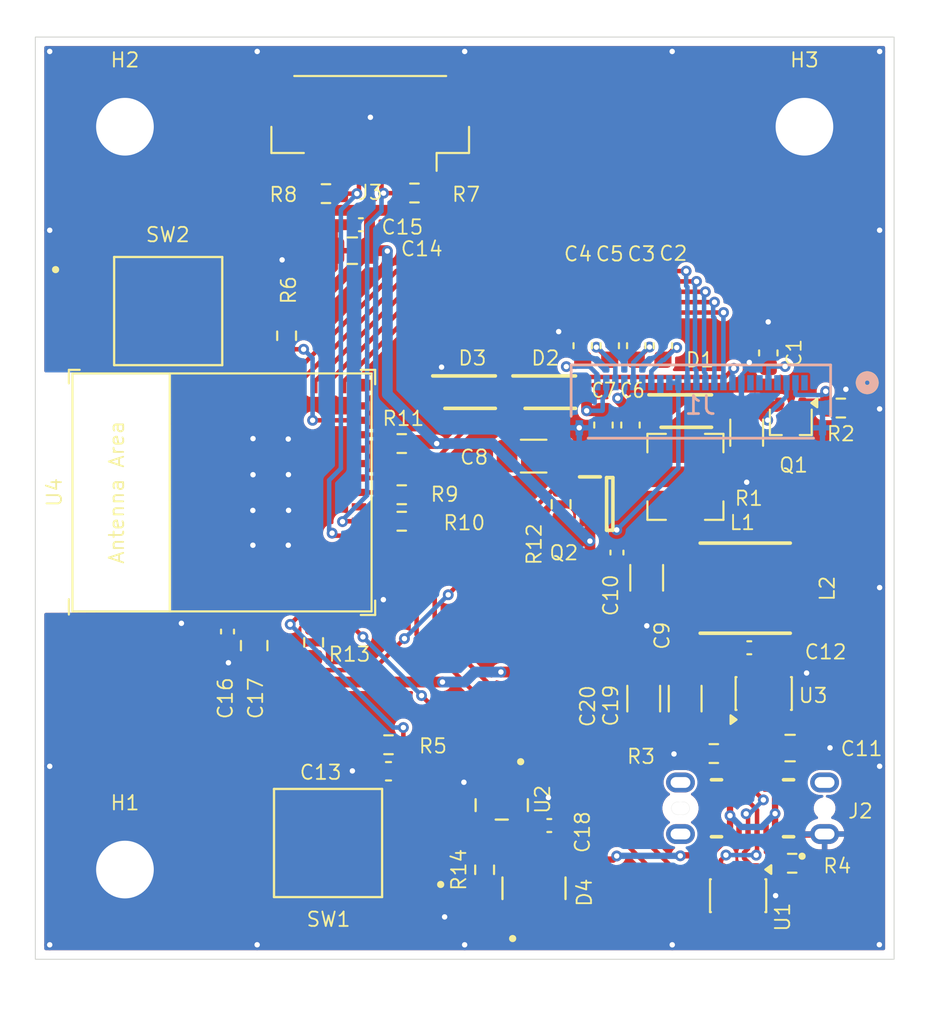
<source format=kicad_pcb>
(kicad_pcb (version 20241229) (generator "pcbnew") (generator_version "9.0")
  (layers (0 "F.Cu" signal) (2 "B.Cu" signal) (13 "F.Paste" user) (15 "B.Paste" user) (5 "F.SilkS" user "F.Silkscreen") (7 "B.SilkS" user "B.Silkscreen") (1 "F.Mask" user) (3 "B.Mask" user) (25 "Edge.Cuts" user))
  (net 0 "")
  (net 1 "GND")
  (net 2 "Net-(C1-Pad2)")
  (net 3 "Net-(C2-Pad2)")
  (net 4 "Net-(C3-Pad2)")
  (net 5 "Net-(C4-Pad2)")
  (net 6 "Net-(C5-Pad2)")
  (net 7 "Net-(D1-K)")
  (net 8 "Net-(D2-A)")
  (net 9 "Net-(D2-K)")
  (net 10 "Net-(D1-A)")
  (net 11 "Net-(Q2-D)")
  (net 12 "VBUS")
  (net 13 "Net-(U3-BST)")
  (net 14 "Net-(U3-SW)")
  (net 15 "/EN")
  (net 16 "+3.3V")
  (net 18 "Net-(D4-DIN)")
  (net 20 "Net-(U4-GPIO14)")
  (net 22 "Net-(U4-GPIO20)")
  (net 23 "Net-(U4-GPIO21)")
  (net 25 "Net-(Q1-S)")
  (net 26 "Net-(U4-GPIO19)")
  (net 27 "Net-(U4-GPIO22)")
  (net 29 "Net-(Q1-G)")
  (net 31 "Net-(U4-GPIO23)")
  (net 32 "Net-(J2-D--PadA7)")
  (net 33 "Net-(J2-D+-PadA6)")
  (net 34 "Net-(J2-CC1)")
  (net 35 "Net-(J2-CC2)")
  (net 38 "Net-(J3-Pin_4)")
  (net 39 "Net-(J3-Pin_3)")
  (net 40 "Net-(Q2-G)")
  (net 41 "/GPIO 9")
  (net 42 "Net-(U4-GPIO13{slash}USB_D+)")
  (net 43 "/D+")
  (net 44 "Net-(U4-GPIO12{slash}USB_D-)")
  (net 45 "/D-")
  (net 46 "Net-(U4-GPIO8)")
  (net 47 "/GPIO4")
  (net 48 "Net-(U2-Y)")
  (net 49 "/GPIO5")
  (footprint "Resistor_SMD:R_0603_1608Metric" (layer "F.Cu") (at 158.43 111.93 180)
    (property "Reference" "R9")
    (property "Value" "22Ω")
  )
  (footprint "Capacitor_SMD:C_0603_1608Metric" (layer "F.Cu") (at 169.975 103.6625 -90)
    (property "Reference" "C5")
    (property "Value" "1µF 50V")
  )
  (footprint "Capacitor_SMD:C_0402_1005Metric" (layer "F.Cu") (at 177.72 120.419115)
    (property "Reference" "C12")
    (property "Value" "0.1µF 16V")
  )
  (footprint "SI2301-TP:SOT95P237X125-3N" (layer "F.Cu") (at 169.975 112.4375)
    (property "Reference" "Q2")
    (property "Value" "SI2301-TP" (hide yes))
  )
  (footprint "USB4145-03-0230-C:GCT_USB4145-03-0230-C_REVA2" (layer "F.Cu") (at 177.900001 129.322501 180)
    (property "Reference" "J2")
    (property "Value" "USB_C_Receptacle_USB2.0_16P")
    (fp_line (start 4.15 0.355) (end 3.85 0.355) (stroke (width 0.01)) (layer "Edge.Cuts"))
    (fp_line (start 3.85 -0.355) (end 4.15 -0.355) (stroke (width 0.01)) (layer "Edge.Cuts"))
    (fp_arc (start 4.505 0) (mid 4.401023 0.251023) (end 4.15 0.355) (stroke (width 0.01)) (layer "Edge.Cuts"))
    (fp_arc (start 4.15 -0.355) (mid 4.401023 -0.251023) (end 4.505 0) (stroke (width 0.01)) (layer "Edge.Cuts"))
    (fp_arc (start 3.85 0.355) (mid 3.598977 0.251023) (end 3.495 0) (stroke (width 0.01)) (layer "Edge.Cuts"))
    (fp_arc (start 3.495 0) (mid 3.598977 -0.251023) (end 3.85 -0.355) (stroke (width 0.01)) (layer "Edge.Cuts"))
  )
  (footprint "Resistor_SMD:R_0603_1608Metric" (layer "F.Cu") (at 180.100001 132.372501)
    (property "Reference" "R4")
    (property "Value" "5.1kΩ")
  )
  (footprint "Capacitor_SMD:C_0603_1608Metric" (layer "F.Cu") (at 171.125 108.0625 90)
    (property "Reference" "C6")
    (property "Value" "1µF 50V")
  )
  (footprint "SS2040FL:SODFL3618X110N" (layer "F.Cu") (at 166.675 106.2375)
    (property "Reference" "D2")
    (property "Value" "SS2040FL" (hide yes))
  )
  (footprint "Inductor_SMD:L_Bourns-SRN4018" (layer "F.Cu") (at 174.175 110.9375 90)
    (property "Reference" "L1")
    (property "Value" "10 uH")
  )
  (footprint "Capacitor_SMD:C_0402_1005Metric" (layer "F.Cu") (at 166.62 130.28)
    (property "Reference" "C18")
    (property "Value" "0.1µF 16V")
  )
  (footprint "Connector_JST:JST_GH_SM06B-GHS-TB_1x06-1MP_P1.25mm_Horizontal" (layer "F.Cu") (at 156.68 91.26 180)
    (property "Reference" "J3")
    (property "Value" "Conn_01x06")
  )
  (footprint "Resistor_SMD:R_0603_1608Metric" (layer "F.Cu") (at 175.750001 126.2875 180)
    (property "Reference" "R3")
    (property "Value" "5.1kΩ")
  )
  (footprint "Capacitor_SMD:C_0603_1608Metric" (layer "F.Cu") (at 169.625 108.0625 90)
    (property "Reference" "C7")
    (property "Value" "1µF 50V")
  )
  (footprint "Package_TO_SOT_SMD:TSOT-23-6" (layer "F.Cu") (at 178.52 122.956615 90)
    (property "Reference" "U3")
    (property "Value" "AP63203WU")
  )
  (footprint "Resistor_SMD:R_0603_1608Metric" (layer "F.Cu") (at 154.225 95.225)
    (property "Reference" "R8")
    (property "Value" "10kΩ")
  )
  (footprint "Resistor_SMD:R_0603_1608Metric" (layer "F.Cu") (at 182.8 107.12 180)
    (property "Reference" "R2")
    (property "Value" "100kΩ")
  )
  (footprint "Resistor_SMD:R_0603_1608Metric" (layer "F.Cu") (at 153.54 120.12 -90)
    (property "Reference" "R13")
    (property "Value" "1kΩ")
  )
  (footprint "Capacitor_SMD:C_0805_2012Metric" (layer "F.Cu") (at 155.69 98.39 180)
    (property "Reference" "C14")
    (property "Value" "10µF 16V")
  )
  (footprint "Resistor_SMD:R_0603_1608Metric" (layer "F.Cu") (at 167.275 112.4625 90)
    (property "Reference" "R12")
    (property "Value" "10kΩ")
  )
  (footprint "Capacitor_SMD:C_1206_3216Metric" (layer "F.Cu") (at 171.86 123.24 -90)
    (property "Reference" "C20")
    (property "Value" "22µF 10V")
  )
  (footprint "Capacitor_SMD:C_0603_1608Metric" (layer "F.Cu") (at 171.445 103.6625 -90)
    (property "Reference" "C3")
    (property "Value" "1µF 50V")
  )
  (footprint "Resistor_SMD:R_0603_1608Metric" (layer "F.Cu") (at 163.03 132.735 90)
    (property "Reference" "R14")
    (property "Value" "22Ω")
  )
  (footprint "SS2040FL:SODFL3618X110N" (layer "F.Cu") (at 162.225 106.2375)
    (property "Reference" "D3")
    (property "Value" "SS2040FL" (hide yes))
  )
  (footprint "Capacitor_SMD:C_0805_2012Metric" (layer "F.Cu") (at 150.24 120.3 90)
    (property "Reference" "C16")
    (property "Value" "10µF 16V")
  )
  (footprint "Capacitor_SMD:C_0603_1608Metric" (layer "F.Cu") (at 172.925 103.6625 -90)
    (property "Reference" "C2")
    (property "Value" "1µF 50V")
  )
  (footprint "Capacitor_SMD:C_0402_1005Metric" (layer "F.Cu") (at 170.375 115.1375 -90)
    (property "Reference" "C10")
    (property "Value" "0.1µF 16V")
  )
  (footprint "TE Connectivity 2-1437565-8:SW_2-1437565-8" (layer "F.Cu") (at 145.4675 101.74)
    (property "Reference" "SW2")
    (property "Value" "2-1437565-8")
  )
  (footprint "Capacitor_SMD:C_1206_3216Metric" (layer "F.Cu") (at 165.75 109.7875)
    (property "Reference" "C8")
    (property "Value" "4.7µF 25V")
  )
  (footprint "Capacitor_SMD:C_1206_3216Metric" (layer "F.Cu") (at 174.16 123.24 -90)
    (property "Reference" "C19")
    (property "Value" "22µF 10V")
  )
  (footprint "SN74AHCT1G125DBVR:SOT95P280X145-5N" (layer "F.Cu") (at 163.98 129.15 -90)
    (property "Reference" "U2")
    (property "Value" "SN74AHCT1G125DBVR")
  )
  (footprint "TE Connectivity 2-1437565-8:SW_2-1437565-8" (layer "F.Cu") (at 154.34 131.25 180)
    (property "Reference" "SW1")
    (property "Value" "2-1437565-8")
  )
  (footprint "Capacitor_SMD:C_0603_1608Metric" (layer "F.Cu") (at 157.695 127.27)
    (property "Reference" "C13")
    (property "Value" "1µF 50V")
  )
  (footprint "Resistor_SMD:R_0603_1608Metric" (layer "F.Cu") (at 158.43 109.09)
    (property "Reference" "R11")
    (property "Value" "10kΩ")
  )
  (footprint "MountingHole:MountingHole_3.2mm_M3_ISO14580_Pad" (layer "F.Cu") (at 180.78 91.513)
    (property "Reference" "H3")
    (property "Value" "MountingHole_Pad")
  )
  (footprint "Capacitor_SMD:C_0402_1005Metric" (layer "F.Cu") (at 156.16 96.95 180)
    (property "Reference" "C15")
    (property "Value" "0.1µF 16V")
  )
  (footprint "Package_TO_SOT_SMD:SOT-323_SC-70" (layer "F.Cu") (at 180.0225 107.8875 -90)
    (property "Reference" "Q1")
    (property "Value" "Si1308EDL")
  )
  (footprint "Resistor_SMD:R_1206_3216Metric" (layer "F.Cu") (at 177.575 108.4875 -90)
    (property "Reference" "R1")
    (property "Value" "0.47Ω 1%")
  )
  (footprint "Resistor_SMD:R_0603_1608Metric" (layer "F.Cu") (at 152.04 103.11 -90)
    (property "Reference" "R6")
    (property "Value" "10kΩ")
  )
  (footprint "Capacitor_SMD:C_0805_2012Metric" (layer "F.Cu") (at 179.985419 125.982716)
    (property "Reference" "C11")
    (property "Value" "10µF 16V")
  )
  (footprint "Package_TO_SOT_SMD:SOT-23-6" (layer "F.Cu") (at 177.100001 134.172501 -90)
    (property "Reference" "U1")
    (property "Value" "USBLC6-2SC6")
  )
  (footprint "SRN5040:INDPM5050X400N" (layer "F.Cu") (at 177.494 117.112 180)
    (property "Reference" "L2")
    (property "Value" "3.9 uH" (hide yes))
  )
  (footprint "Capacitor_SMD:C_0603_1608Metric" (layer "F.Cu") (at 168.475 103.6625 -90)
    (property "Reference" "C4")
    (property "Value" "1µF 50V")
  )
  (footprint "SS2040FL:SODFL3618X110N" (layer "F.Cu") (at 174.225 107.2875)
    (property "Reference" "D1")
    (property "Value" "SS2040FL" (hide yes))
  )
  (footprint "Capacitor_SMD:C_0402_1005Metric" (layer "F.Cu") (at 148.76 119.52 -90)
    (property "Reference" "C17")
    (property "Value" "0.1µF 16V")
  )
  (footprint "MountingHole:MountingHole_3.2mm_M3_ISO14580_Pad" (layer "F.Cu") (at 143.067 91.513)
    (property "Reference" "H2")
    (property "Value" "MountingHole_Pad")
  )
  (footprint "Capacitor_SMD:C_1206_3216Metric" (layer "F.Cu") (at 172.025 116.5375 -90)
    (property "Reference" "C9")
    (property "Value" "4.7µF 25V")
  )
  (footprint "Capacitor_SMD:C_0603_1608Metric" (layer "F.Cu") (at 178.775 104.0625 -90)
    (property "Reference" "C1")
    (property "Value" "1µF 50V")
  )
  (footprint "Resistor_SMD:R_0603_1608Metric" (layer "F.Cu") (at 157.695 125.8)
    (property "Reference" "R5")
    (property "Value" "10kΩ")
  )
  (footprint "MountingHole:MountingHole_3.2mm_M3_ISO14580_Pad" (layer "F.Cu") (at 143.067 132.723)
    (property "Reference" "H1")
    (property "Value" "MountingHole_Pad")
  )
  (footprint "PCM_Espressif:ESP32-C6-MINI-1" (layer "F.Cu") (at 148.455 111.8 90)
    (property "Reference" "U4")
    (property "Value" "ESP32-C6-MINI-1/U")
  )
  (footprint "Resistor_SMD:R_0603_1608Metric" (layer "F.Cu") (at 158.43 113.4 180)
    (property "Reference" "R10")
    (property "Value" "22Ω")
  )
  (footprint "IN-PI33TBTPRPGPB:LED_IN-PI33TBTPRPGPB" (layer "F.Cu") (at 165.77 133.76 90)
    (property "Reference" "D4")
    (property "Value" "IN-PI33TBTPRPGPB")
  )
  (footprint "Resistor_SMD:R_0603_1608Metric" (layer "F.Cu") (at 159.135 95.19 180)
    (property "Reference" "R7")
    (property "Value" "10kΩ")
  )
  (footprint "FH34SRJ-24S-0.5SH(50):CONN24x1_FH34SRJ-24S-0.5SH50_HIR" (layer "B.Cu") (at 175.032501 106.760007 180)
    (property "Reference" "J1")
    (property "Value" "FH34SRJ-24S-0.5SH50")
  )
  (gr_rect (start 138.092 86.538) (end 185.755 137.698) (stroke (width 0.05)) (fill no) (layer "Edge.Cuts"))
  (segment (start 155.256001 91.809) (end 156.68 91.809) (width 0.6) (layer "F.Cu") (net 1))
  (segment (start 174.925001 126.2875) (end 173.5625 126.2875) (width 0.6) (layer "F.Cu") (net 1))
  (segment (start 150.0175 99.49) (end 151.2 99.49) (width 0.6) (layer "F.Cu") (net 1))
  (segment (start 172.025 119.195) (end 172.03 119.2) (width 0.6) (layer "F.Cu") (net 1))
  (segment (start 154.805 92.260001) (end 155.256001 91.809) (width 0.6) (layer "F.Cu") (net 1))
  (segment (start 154.74 98.39) (end 152.3 98.39) (width 0.6) (layer "F.Cu") (net 1))
  (segment (start 160.81 135.35) (end 164.7 135.35) (width 0.6) (layer "F.Cu") (net 1))
  (segment (start 156.105 117.75) (end 157.41 117.75) (width 0.6) (layer "F.Cu") (net 1))
  (segment (start 155.71 127.27) (end 155.69 127.25) (width 0.6) (layer "F.Cu") (net 1))
  (segment (start 158.89 133.5) (end 160.74 135.35) (width 0.6) (layer "F.Cu") (net 1))
  (segment (start 175.150001 126.5125) (end 175.150001 127.8375) (width 0.25) (layer "F.Cu") (net 1))
  (segment (start 180.650001 127.8375) (end 180.650001 126.268134) (width 0.35) (layer "F.Cu") (net 1))
  (segment (start 179.47 121.819115) (end 180.899115 121.819115) (width 0.6) (layer "F.Cu") (net 1))
  (segment (start 180.650001 132.097501) (end 180.925001 132.372501) (width 0.35) (layer "F.Cu") (net 1))
  (segment (start 146.255 117.7) (end 146.205 117.75) (width 0.6) (layer "F.Cu") (net 1))
  (segment (start 160.64 104.85) (end 159.26 104.85) (width 0.6) (layer "F.Cu") (net 1))
  (segment (start 156.68 91) (end 156.69 90.99) (width 0.6) (layer "F.Cu") (net 1))
  (segment (start 183.625 107.12) (end 183.625 106.625) (width 0.6) (layer "F.Cu") (net 1))
  (segment (start 160.74 135.35) (end 160.81 135.35) (width 0.6) (layer "F.Cu") (net 1))
  (segment (start 180.899115 121.819115) (end 180.9 121.82) (width 0.6) (layer "F.Cu") (net 1))
  (segment (start 183.625 106.625) (end 183.08 106.08) (width 0.6) (layer "F.Cu") (net 1))
  (segment (start 172.925 102.8875) (end 167.1475 102.8875) (width 0.6) (layer "F.Cu") (net 1))
  (segment (start 166.57 128.73) (end 167.1 129.26) (width 0.6) (layer "F.Cu") (net 1))
  (segment (start 160.65 104.86) (end 160.64 104.85) (width 0.6) (layer "F.Cu") (net 1))
  (segment (start 177.100001 133.035001) (end 177.100001 133.601601) (width 0.6) (layer "F.Cu") (net 1))
  (segment (start 146.205 105.85) (end 146.205 117.75) (width 0.6) (layer "F.Cu") (net 1))
  (segment (start 158.103999 91.809) (end 158.555 92.260001) (width 0.6) (layer "F.Cu") (net 1))
  (segment (start 168.905002 108.8375) (end 168.282502 108.215) (width 0.6) (layer "F.Cu") (net 1))
  (segment (start 158.555 92.260001) (end 158.555 93.11) (width 0.6) (layer "F.Cu") (net 1))
  (segment (start 180.935419 125.982716) (end 182.187284 125.982716) (width 0.6) (layer "F.Cu") (net 1))
  (segment (start 180.925001 132.424999) (end 179.18 134.17) (width 0.6) (layer "F.Cu") (net 1))
  (segment (start 180.650001 126.268134) (end 180.935419 125.982716) (width 0.35) (layer "F.Cu") (net 1))
  (segment (start 177.6684 134.17) (end 179.18 134.17) (width 0.6) (layer "F.Cu") (net 1))
  (segment (start 161.895 127.895) (end 161.88 127.88) (width 0.6) (layer "F.Cu") (net 1))
  (segment (start 154.805 93.11) (end 154.805 92.260001) (width 0.6) (layer "F.Cu") (net 1))
  (segment (start 160.65 106.2375) (end 160.65 104.86) (width 0.6) (layer "F.Cu") (net 1))
  (segment (start 171.125 108.8375) (end 169.625 108.8375) (width 0.6) (layer "F.Cu") (net 1))
  (segment (start 152.3 98.39) (end 151.79 98.9) (width 0.6) (layer "F.Cu") (net 1))
  (segment (start 156.105 117.75) (end 155.205 117.75) (width 0.6) (layer "F.Cu") (net 1))
  (segment (start 164.93 127.895) (end 165.735 127.895) (width 0.6) (layer "F.Cu") (net 1))
  (segment (start 173.5625 126.2875) (end 173.54 126.31) (width 0.6) (layer "F.Cu") (net 1))
  (segment (start 182.187284 125.982716) (end 182.2 125.97) (width 0.6) (layer "F.Cu") (net 1))
  (segment (start 167.1 129.26) (end 167.1 130.28) (width 0.6) (layer "F.Cu") (net 1))
  (segment (start 180.925001 132.372501) (end 180.925001 132.424999) (width 0.6) (layer "F.Cu") (net 1))
  (segment (start 156.92 127.27) (end 155.71 127.27) (width 0.6) (layer "F.Cu") (net 1))
  (segment (start 151.2 99.49) (end 151.79 98.9) (width 0.6) (layer "F.Cu") (net 1))
  (segment (start 178.775 103.2875) (end 178.775 102.345) (width 0.6) (layer "F.Cu") (net 1))
  (segment (start 155.205 117.75) (end 155.155 117.7) (width 0.6) (layer "F.Cu") (net 1))
  (segment (start 177.100001 133.601601) (end 177.6684 134.17) (width 0.6) (layer "F.Cu") (net 1))
  (segment (start 172.025 118.0125) (end 172.025 119.195) (width 0.6) (layer "F.Cu") (net 1))
  (segment (start 178.775 102.345) (end 178.77 102.34) (width 0.6) (layer "F.Cu") (net 1))
  (segment (start 174.16 125.69) (end 173.54 126.31) (width 0.6) (layer "F.Cu") (net 1))
  (segment (start 149.79 133.5) (end 158.89 133.5) (width 0.6) (layer "F.Cu") (net 1))
  (segment (start 146.205 119.058) (end 146.201 119.062) (width 0.6) (layer "F.Cu") (net 1))
  (segment (start 155.68 96.95) (end 153.74 96.95) (width 0.6) (layer "F.Cu") (net 1))
  (segment (start 165.735 127.895) (end 166.57 128.73) (width 0.6) (layer "F.Cu") (net 1))
  (segment (start 150.0175 99.49) (end 140.9175 99.49) (width 0.6) (layer "F.Cu") (net 1))
  (segment (start 174.925001 126.2875) (end 175.150001 126.5125) (width 0.25) (layer "F.Cu") (net 1))
  (segment (start 171.86 124.715) (end 171.945 124.715) (width 0.6) (layer "F.Cu") (net 1))
  (segment (start 180.650001 130.807502) (end 180.650001 127.8375) (width 0.35) (layer "F.Cu") (net 1))
  (segment (start 163.03 127.895) (end 161.895 127.895) (width 0.6) (layer "F.Cu") (net 1))
  (segment (start 175.150001 130.807502) (end 175.150001 127.8375) (width 0.35) (layer "F.Cu") (net 1))
  (segment (start 169.625 108.8375) (end 168.905002 108.8375) (width 0.6) (layer "F.Cu") (net 1))
  (segment (start 167.1475 102.8875) (end 167.14 102.88) (width 0.6) (layer "F.Cu") (net 1))
  (segment (start 147.955 117.7) (end 146.255 117.7) (width 0.6) (layer "F.Cu") (net 1))
  (segment (start 159.26 104.85) (end 158.26 105.85) (width 0.6) (layer "F.Cu") (net 1))
  (segment (start 174.16 124.715) (end 174.16 125.69) (width 0.6) (layer "F.Cu") (net 1))
  (segment (start 153.74 96.95) (end 152.3 98.39) (width 0.6) (layer "F.Cu") (net 1))
  (segment (start 156.68 91.809) (end 156.68 91) (width 0.6) (layer "F.Cu") (net 1))
  (segment (start 156.105 105.85) (end 158.26 105.85) (width 0.6) (layer "F.Cu") (net 1))
  (segment (start 148.76 120) (end 148.76 121.2) (width 0.6) (layer "F.Cu") (net 1))
  (segment (start 150.24 121.25) (end 148.81 121.25) (width 0.6) (layer "F.Cu") (net 1))
  (segment (start 177.575 111.235) (end 177.575 109.95) (width 0.6) (layer "F.Cu") (net 1))
  (segment (start 156.68 91.809) (end 158.103999 91.809) (width 0.6) (layer "F.Cu") (net 1))
  (segment (start 180.650001 130.807502) (end 180.650001 132.097501) (width 0.35) (layer "F.Cu") (net 1))
  (segment (start 171.945 124.715) (end 173.54 126.31) (width 0.6) (layer "F.Cu") (net 1))
  (segment (start 146.205 117.75) (end 146.205 119.058) (width 0.6) (layer "F.Cu") (net 1))
  (segment (start 148.76 121.2) (end 148.81 121.25) (width 0.6) (layer "F.Cu") (net 1))
  (via (at 150.175 108.816) (size 0.6) (drill 0.3) (layers "F.Cu" "B.Cu") (net 1))
  (via (at 177.575 111.235) (size 0.6) (drill 0.3) (layers "F.Cu" "B.Cu") (net 1))
  (via (at 161.88 127.88) (size 0.6) (drill 0.3) (layers "F.Cu" "B.Cu") (net 1))
  (via (at 138.893 97.258) (size 0.6) (drill 0.3) (layers "F.Cu" "B.Cu") (net 1))
  (via (at 160.64 104.85) (size 0.6) (drill 0.3) (layers "F.Cu" "B.Cu") (net 1))
  (via (at 182.2 125.97) (size 0.6) (drill 0.3) (layers "F.Cu" "B.Cu") (net 1))
  (via (at 156.69 90.99) (size 0.6) (drill 0.3) (layers "F.Cu" "B.Cu") (net 1))
  (via (at 173.54 126.31) (size 0.6) (drill 0.3) (layers "F.Cu" "B.Cu") (net 1))
  (via (at 150.175 110.819) (size 0.6) (drill 0.3) (layers "F.Cu" "B.Cu") (net 1))
  (via (at 152.131 108.839) (size 0.6) (drill 0.3) (layers "F.Cu" "B.Cu") (net 1))
  (via (at 161.9235 87.338) (size 0.6) (drill 0.3) (layers "F.Cu" "B.Cu") (net 1))
  (via (at 157.41 117.75) (size 0.6) (drill 0.3) (layers "F.Cu" "B.Cu") (net 1))
  (via (at 138.892 87.338) (size 0.6) (drill 0.3) (layers "F.Cu" "B.Cu") (net 1))
  (via (at 148.81 121.25) (size 0.6) (drill 0.3) (layers "F.Cu" "B.Cu") (net 1))
  (via (at 150.169 114.73) (size 0.6) (drill 0.3) (layers "F.Cu" "B.Cu") (net 1))
  (via (at 146.201 119.062) (size 0.6) (drill 0.3) (layers "F.Cu" "B.Cu") (net 1))
  (via (at 138.892 136.898) (size 0.6) (drill 0.3) (layers "F.Cu" "B.Cu") (net 1))
  (via (at 179.18 134.17) (size 0.6) (drill 0.3) (layers "F.Cu" "B.Cu") (net 1))
  (via (at 152.148 112.796) (size 0.6) (drill 0.3) (layers "F.Cu" "B.Cu") (net 1))
  (via (at 155.69 127.25) (size 0.6) (drill 0.3) (layers "F.Cu" "B.Cu") (net 1))
  (via (at 138.893 126.994) (size 0.6) (drill 0.3) (layers "F.Cu" "B.Cu") (net 1))
  (via (at 150.165 112.8) (size 0.6) (drill 0.3) (layers "F.Cu" "B.Cu") (net 1))
  (via (at 184.953 97.25625) (size 0.6) (drill 0.3) (layers "F.Cu" "B.Cu") (net 1))
  (via (at 184.955 87.338) (size 0.6) (drill 0.3) (layers "F.Cu" "B.Cu") (net 1))
  (via (at 166.57 128.73) (size 0.6) (drill 0.3) (layers "F.Cu" "B.Cu") (net 1))
  (via (at 152.133 114.73) (size 0.6) (drill 0.3) (layers "F.Cu" "B.Cu") (net 1))
  (via (at 161.921 136.898) (size 0.6) (drill 0.3) (layers "F.Cu" "B.Cu") (net 1))
  (via (at 167.14 102.88) (size 0.6) (drill 0.3) (layers "F.Cu" "B.Cu") (net 1))
  (via (at 152.141 110.813) (size 0.6) (drill 0.3) (layers "F.Cu" "B.Cu") (net 1))
  (via (at 183.08 106.08) (size 0.6) (drill 0.3) (layers "F.Cu" "B.Cu") (net 1))
  (via (at 184.953 126.99225) (size 0.6) (drill 0.3) (layers "F.Cu" "B.Cu") (net 1))
  (via (at 184.953 107.16825) (size 0.6) (drill 0.3) (layers "F.Cu" "B.Cu") (net 1))
  (via (at 172.03 119.2) (size 0.6) (drill 0.3) (layers "F.Cu" "B.Cu") (net 1))
  (via (at 177.72 104.59) (size 0.6) (drill 0.3) (layers "F.Cu" "B.Cu") (net 1))
  (via (at 168.282502 108.215) (size 0.6) (drill 0.3) (layers "F.Cu" "B.Cu") (net 1))
  (via (at 184.938 136.89) (size 0.6) (drill 0.3) (layers "F.Cu" "B.Cu") (net 1))
  (via (at 150.40775 87.338) (size 0.6) (drill 0.3) (layers "F.Cu" "B.Cu") (net 1))
  (via (at 151.79 98.9) (size 0.6) (drill 0.3) (layers "F.Cu" "B.Cu") (net 1))
  (via (at 173.43925 87.338) (size 0.6) (drill 0.3) (layers "F.Cu" "B.Cu") (net 1))
  (via (at 173.443 136.898) (size 0.6) (drill 0.3) (layers "F.Cu" "B.Cu") (net 1))
  (via (at 160.81 135.35) (size 0.6) (drill 0.3) (layers "F.Cu" "B.Cu") (net 1))
  (via (at 180.9 121.82) (size 0.6) (drill 0.3) (layers "F.Cu" "B.Cu") (net 1))
  (via (at 184.953 117.08025) (size 0.6) (drill 0.3) (layers "F.Cu" "B.Cu") (net 1))
  (via (at 150.40475 136.896) (size 0.6) (drill 0.3) (layers "F.Cu" "B.Cu") (net 1))
  (via (at 178.77 102.34) (size 0.6) (drill 0.3) (layers "F.Cu" "B.Cu") (net 1))
  (segment (start 177.72 104.836612) (end 177.72 104.59) (width 0.2) (layer "B.Cu") (net 1))
  (segment (start 177.282502 105.27411) (end 177.72 104.836612) (width 0.2) (layer "B.Cu") (net 1))
  (segment (start 177.72 104.59) (end 177.7 104.61) (width 0.2) (layer "B.Cu") (net 1))
  (segment (start 177.282502 105.715) (end 177.282502 105.27411) (width 0.2) (layer "B.Cu") (net 1))
  (segment (start 177.353701 105.643801) (end 177.282502 105.715) (width 0.2) (layer "B.Cu") (net 1))
  (segment (start 172.7825 105.715) (end 172.7825 106.9575) (width 0.35) (layer "B.Cu") (net 1))
  (segment (start 178.7955 104.817) (end 178.775 104.8375) (width 0.25) (layer "F.Cu") (net 2))
  (segment (start 179.705 104.817) (end 178.7955 104.817) (width 0.25) (layer "F.Cu") (net 2))
  (via (at 179.705 104.817) (size 0.6) (drill 0.3) (layers "F.Cu" "B.Cu") (net 2))
  (segment (start 179.705 104.817) (end 178.810502 104.817) (width 0.25) (layer "B.Cu") (net 2))
  (segment (start 178.782501 104.845001) (end 178.782501 105.715) (width 0.25) (layer "B.Cu") (net 2))
  (segment (start 178.810502 104.817) (end 178.782501 104.845001) (width 0.25) (layer "B.Cu") (net 2))
  (segment (start 173.692 103.763) (end 173.5995 103.763) (width 0.25) (layer "F.Cu") (net 3))
  (segment (start 173.5995 103.763) (end 172.925 104.4375) (width 0.25) (layer "F.Cu") (net 3))
  (via (at 173.692 103.763) (size 0.6) (drill 0.3) (layers "F.Cu" "B.Cu") (net 3))
  (segment (start 173.675 103.763) (end 172.981 104.457) (width 0.25) (layer "B.Cu") (net 3))
  (segment (start 172.981 104.457) (end 172.9055 104.457) (width 0.25) (layer "B.Cu") (net 3))
  (segment (start 173.692 103.763) (end 173.675 103.763) (width 0.25) (layer "B.Cu") (net 3))
  (segment (start 172.282501 105.079999) (end 172.282501 105.715) (width 0.25) (layer "B.Cu") (net 3))
  (segment (start 172.9055 104.457) (end 172.282501 105.079999) (width 0.25) (layer "B.Cu") (net 3))
  (segment (start 171.445 104.4375) (end 171.4805 104.4375) (width 0.25) (layer "F.Cu") (net 4))
  (segment (start 171.4805 104.4375) (end 172.184 103.734) (width 0.25) (layer "F.Cu") (net 4))
  (via (at 172.184 103.734) (size 0.6) (drill 0.3) (layers "F.Cu" "B.Cu") (net 4))
  (segment (start 172.117834 103.764666) (end 171.282501 104.599999) (width 0.25) (layer "B.Cu") (net 4))
  (segment (start 171.282501 104.599999) (end 171.282501 105.715) (width 0.25) (layer "B.Cu") (net 4))
  (segment (start 172.117834 103.757166) (end 172.117834 103.764666) (width 0.25) (layer "B.Cu") (net 4))
  (segment (start 172.181 103.694) (end 172.117834 103.757166) (width 0.25) (layer "B.Cu") (net 4))
  (segment (start 167.564 104.8215) (end 168.091 104.8215) (width 0.25) (layer "F.Cu") (net 5))
  (segment (start 168.091 104.8215) (end 168.475 104.4375) (width 0.25) (layer "F.Cu") (net 5))
  (via (at 167.564 104.8215) (size 0.6) (drill 0.3) (layers "F.Cu" "B.Cu") (net 5))
  (segment (start 168.859 104.8215) (end 169.282502 105.245002) (width 0.25) (layer "B.Cu") (net 5))
  (segment (start 169.282502 105.245002) (end 169.282502 105.715) (width 0.25) (layer "B.Cu") (net 5))
  (segment (start 167.564 104.8215) (end 168.859 104.8215) (width 0.25) (layer "B.Cu") (net 5))
  (segment (start 169.975 104.4375) (end 169.9255 104.4375) (width 0.25) (layer "F.Cu") (net 6))
  (segment (start 169.9255 104.4375) (end 169.231 103.743) (width 0.25) (layer "F.Cu") (net 6))
  (via (at 169.231 103.743) (size 0.6) (drill 0.3) (layers "F.Cu" "B.Cu") (net 6))
  (segment (start 169.293 103.743) (end 169.422638 103.872638) (width 0.25) (layer "B.Cu") (net 6))
  (segment (start 169.422638 103.885138) (end 170.2825 104.745) (width 0.25) (layer "B.Cu") (net 6))
  (segment (start 170.2825 104.745) (end 170.2825 105.715) (width 0.25) (layer "B.Cu") (net 6))
  (segment (start 169.422638 103.872638) (end 169.422638 103.885138) (width 0.25) (layer "B.Cu") (net 6))
  (segment (start 169.231 103.743) (end 169.293 103.743) (width 0.25) (layer "B.Cu") (net 6))
  (segment (start 170.413 106.574102) (end 170.413 106.5755) (width 0.6) (layer "F.Cu") (net 7))
  (segment (start 171.125 107.2875) (end 172.65 107.2875) (width 0.6) (layer "F.Cu") (net 7))
  (segment (start 170.413 106.5755) (end 171.125 107.2875) (width 0.6) (layer "F.Cu") (net 7))
  (via (at 170.413 106.574102) (size 0.6) (drill 0.3) (layers "F.Cu" "B.Cu") (net 7))
  (segment (start 170.413 106.574102) (end 170.453402 106.574102) (width 0.25) (layer "B.Cu") (net 7))
  (segment (start 170.782502 106.245002) (end 170.782502 105.715) (width 0.25) (layer "B.Cu") (net 7))
  (segment (start 170.453402 106.574102) (end 170.782502 106.245002) (width 0.25) (layer "B.Cu") (net 7))
  (segment (start 168.691 107.27) (end 169.6075 107.27) (width 0.6) (layer "F.Cu") (net 8))
  (segment (start 168.575 106.2375) (end 168.25 106.2375) (width 0.6) (layer "F.Cu") (net 8))
  (segment (start 168.691 107.27) (end 168.691 106.3535) (width 0.6) (layer "F.Cu") (net 8))
  (segment (start 168.691 106.3535) (end 168.575 106.2375) (width 0.6) (layer "F.Cu") (net 8))
  (segment (start 169.6075 107.27) (end 169.625 107.2875) (width 0.6) (layer "F.Cu") (net 8))
  (via (at 168.691 107.27) (size 0.6) (drill 0.3) (layers "F.Cu" "B.Cu") (net 8))
  (segment (start 169.557498 107.27) (end 169.582499 107.244999) (width 0.25) (layer "B.Cu") (net 8))
  (segment (start 169.582499 107.244999) (end 169.582499 106.584102) (width 0.25) (layer "B.Cu") (net 8))
  (segment (start 169.582499 106.584102) (end 169.782501 106.3841) (width 0.25) (layer "B.Cu") (net 8))
  (segment (start 169.782501 106.3841) (end 169.782501 105.715) (width 0.25) (layer "B.Cu") (net 8))
  (segment (start 168.691 107.27) (end 169.557498 107.27) (width 0.25) (layer "B.Cu") (net 8))
  (segment (start 164.275 109.7875) (end 164.275 107.0625) (width 0.6) (layer "F.Cu") (net 9))
  (segment (start 164.275 107.0625) (end 165.1 106.2375) (width 0.6) (layer "F.Cu") (net 9))
  (segment (start 163.8 106.2375) (end 163.8 106.5875) (width 0.6) (layer "F.Cu") (net 9))
  (segment (start 163.8 106.5875) (end 164.275 107.0625) (width 0.6) (layer "F.Cu") (net 9))
  (segment (start 174.2475 109.4125) (end 174.175 109.4125) (width 0.6) (layer "F.Cu") (net 10))
  (segment (start 174.6875 108.9) (end 180.01 108.9) (width 0.6) (layer "F.Cu") (net 10))
  (segment (start 173.8 109.7875) (end 167.225 109.7875) (width 0.6) (layer "F.Cu") (net 10))
  (segment (start 180.01 108.9) (end 180.0225 108.8875) (width 0.6) (layer "F.Cu") (net 10))
  (segment (start 174.175 109.4125) (end 173.8 109.7875) (width 0.6) (layer "F.Cu") (net 10))
  (segment (start 174.175 109.4125) (end 174.6875 108.9) (width 0.6) (layer "F.Cu") (net 10))
  (segment (start 170.405 114.6575) (end 170.375 114.6575) (width 0.25) (layer "F.Cu") (net 11))
  (segment (start 174.0625 112.4375) (end 174.15 112.4375) (width 0.6) (layer "F.Cu") (net 11))
  (segment (start 174.15 112.4375) (end 174.175 112.4625) (width 0.6) (layer "F.Cu") (net 11))
  (via (at 170.363 113.879) (size 0.6) (drill 0.3) (layers "F.Cu" "B.Cu") (net 11))
  (segment (start 173.782501 110.459499) (end 170.363 113.879) (width 0.25) (layer "B.Cu") (net 11))
  (segment (start 170.433 113.879) (end 170.526 113.972) (width 0.25) (layer "B.Cu") (net 11))
  (segment (start 173.282502 105.715) (end 173.782501 105.715) (width 0.25) (layer "B.Cu") (net 11))
  (segment (start 173.782501 105.715) (end 173.782501 110.459499) (width 0.25) (layer "B.Cu") (net 11))
  (segment (start 170.363 113.879) (end 170.433 113.879) (width 0.25) (layer "B.Cu") (net 11))
  (segment (start 176.226645 134.046823) (end 177.100001 134.920179) (width 0.35) (layer "F.Cu") (net 12))
  (segment (start 179.150001 127.837501) (end 179.150001 130.807502) (width 0.35) (layer "F.Cu") (net 12))
  (segment (start 175.524001 134.046823) (end 176.226645 134.046823) (width 0.35) (layer "F.Cu") (net 12))
  (segment (start 170.36 131.97) (end 170.16 132.17) (width 0.35) (layer "F.Cu") (net 12))
  (segment (start 176.650001 130.807502) (end 175.524001 131.933502) (width 0.35) (layer "F.Cu") (net 12))
  (segment (start 177.100001 134.920179) (end 177.100001 135.310001) (width 0.35) (layer "F.Cu") (net 12))
  (segment (start 173.916498 131.933502) (end 173.89 131.96) (width 0.35) (layer "F.Cu") (net 12))
  (segment (start 170.16 132.17) (end 166.84 132.17) (width 0.35) (layer "F.Cu") (net 12))
  (segment (start 176.650001 127.8375) (end 176.650001 130.807502) (width 0.35) (layer "F.Cu") (net 12))
  (segment (start 175.524001 131.933502) (end 173.916498 131.933502) (width 0.35) (layer "F.Cu") (net 12))
  (segment (start 175.524001 131.933502) (end 175.524001 134.046823) (width 0.35) (layer "F.Cu") (net 12))
  (via (at 176.650001 129.73) (size 0.6) (drill 0.3) (layers "F.Cu" "B.Cu") (net 12))
  (via (at 179.150001 129.62) (size 0.6) (drill 0.3) (layers "F.Cu" "B.Cu") (net 12))
  (via (at 170.36 131.97) (size 0.6) (drill 0.3) (layers "F.Cu" "B.Cu") (net 12))
  (via (at 173.89 131.96) (size 0.6) (drill 0.3) (layers "F.Cu" "B.Cu") (net 12))
  (segment (start 170.37 131.96) (end 170.36 131.97) (width 0.35) (layer "B.Cu") (net 12))
  (segment (start 178.410001 130.36) (end 177.280001 130.36) (width 0.35) (layer "B.Cu") (net 12))
  (segment (start 173.89 131.96) (end 170.37 131.96) (width 0.35) (layer "B.Cu") (net 12))
  (segment (start 179.150001 129.62) (end 178.410001 130.36) (width 0.35) (layer "B.Cu") (net 12))
  (segment (start 177.280001 130.36) (end 176.650001 129.73) (width 0.35) (layer "B.Cu") (net 12))
  (segment (start 177.24 120.419115) (end 177.24 121.489115) (width 0.25) (layer "F.Cu") (net 13))
  (segment (start 177.24 121.489115) (end 177.57 121.819115) (width 0.25) (layer "F.Cu") (net 13))
  (segment (start 179.159582 118.8589) (end 179.134582 118.8839) (width 0.2) (layer "F.Cu") (net 14))
  (segment (start 158.47 128.58) (end 158.89 129) (width 0.25) (layer "F.Cu") (net 15))
  (segment (start 152.755 118.605) (end 152.24 119.12) (width 0.25) (layer "F.Cu") (net 15))
  (segment (start 149.79 129) (end 158.89 129) (width 0.25) (layer "F.Cu") (net 15))
  (segment (start 158.47 127.27) (end 158.47 128.58) (width 0.25) (layer "F.Cu") (net 15))
  (segment (start 158.52 125.8) (end 158.52 127.22) (width 0.25) (layer "F.Cu") (net 15))
  (segment (start 152.755 117.7) (end 152.755 118.605) (width 0.25) (layer "F.Cu") (net 15))
  (segment (start 158.52 125.8) (end 158.52 124.844) (width 0.25) (layer "F.Cu") (net 15))
  (segment (start 158.52 124.844) (end 158.521 124.843) (width 0.25) (layer "F.Cu") (net 15))
  (segment (start 158.52 127.22) (end 158.47 127.27) (width 0.25) (layer "F.Cu") (net 15))
  (via (at 158.52 124.844) (size 0.6) (drill 0.3) (layers "F.Cu" "B.Cu") (net 15))
  (via (at 152.24 119.12) (size 0.6) (drill 0.3) (layers "F.Cu" "B.Cu") (net 15))
  (segment (start 158.519 124.843) (end 157.963 124.843) (width 0.25) (layer "B.Cu") (net 15))
  (segment (start 157.963 124.843) (end 152.24 119.12) (width 0.25) (layer "B.Cu") (net 15))
  (segment (start 158.52 124.844) (end 158.519 124.843) (width 0.25) (layer "B.Cu") (net 15))
  (segment (start 156.64 96.171) (end 156.66 96.151) (width 0.6) (layer "F.Cu") (net 16))
  (segment (start 159.255 109.09) (end 160.37 109.09) (width 0.6) (layer "F.Cu") (net 16))
  (segment (start 157.61 98.39) (end 157.63 98.41) (width 0.6) (layer "F.Cu") (net 16))
  (segment (start 159.96 95.19) (end 159.96 93.265) (width 0.6) (layer "F.Cu") (net 16))
  (segment (start 153.21 122.32) (end 153.21 122.33) (width 0.6) (layer "F.Cu") (net 16))
  (segment (start 152.745 102.285) (end 152.04 102.285) (width 0.6) (layer "F.Cu") (net 16))
  (segment (start 156.68 125.8) (end 156.87 125.8) (width 0.6) (layer "F.Cu") (net 16))
  (segment (start 171.88 122.6) (end 171.88 122.97) (width 0.6) (layer "F.Cu") (net 16))
  (segment (start 168.875 113.3875) (end 168.875 114.5) (width 0.6) (layer "F.Cu") (net 16))
  (segment (start 171.86 122.58) (end 171.88 122.6) (width 0.6) (layer "F.Cu") (net 16))
  (segment (start 156.66 96.151) (end 158.999 96.151) (width 0.6) (layer "F.Cu") (net 16))
  (segment (start 156.64 98.39) (end 156.64 96.95) (width 0.6) (layer "F.Cu") (net 16))
  (segment (start 153.4 95.225) (end 154.326 96.151) (width 0.6) (layer "F.Cu") (net 16))
  (segment (start 159.96 93.265) (end 159.805 93.11) (width 0.6) (layer "F.Cu") (net 16))
  (segment (start 153.21 122.32) (end 150.24 119.35) (width 0.6) (layer "F.Cu") (net 16))
  (segment (start 153.4 95.225) (end 153.4 93.265) (width 0.6) (layer "F.Cu") (net 16))
  (segment (start 163.935 121.765) (end 171.86 121.765) (width 0.6) (layer "F.Cu") (net 16))
  (segment (start 168.875 114.5) (end 168.4875 114.5) (width 0.6) (layer "F.Cu") (net 16))
  (segment (start 168.875 114.5) (end 168.875 118.78) (width 0.6) (layer "F.Cu") (net 16))
  (segment (start 156.64 96.95) (end 156.64 96.171) (width 0.6) (layer "F.Cu") (net 16))
  (segment (start 171.88 122.97) (end 176.445885 122.97) (width 0.6) (layer "F.Cu") (net 16))
  (segment (start 156.64 98.39) (end 152.745 102.285) (width 0.6) (layer "F.Cu") (net 16))
  (segment (start 158.999 96.151) (end 159.96 95.19) (width 0.6) (layer "F.Cu") (net 16))
  (segment (start 160.69 122.32) (end 153.21 122.32) (width 0.6) (layer "F.Cu") (net 16))
  (segment (start 153.21 122.33) (end 156.68 125.8) (width 0.6) (layer "F.Cu") (net 16))
  (segment (start 168.875 118.78) (end 171.86 121.765) (width 0.6) (layer "F.Cu") (net 16))
  (segment (start 155.84 96.151) (end 156.66 96.151) (width 0.6) (layer "F.Cu") (net 16))
  (segment (start 171.86 121.765) (end 171.86 122.58) (width 0.6) (layer "F.Cu") (net 16))
  (segment (start 176.445885 122.97) (end 177.57 124.094115) (width 0.6) (layer "F.Cu") (net 16))
  (segment (start 156.64 98.39) (end 157.61 98.39) (width 0.6) (layer "F.Cu") (net 16))
  (segment (start 154.326 96.151) (end 155.84 96.151) (width 0.6) (layer "F.Cu") (net 16))
  (segment (start 153.4 93.265) (end 153.555 93.11) (width 0.6) (layer "F.Cu") (net 16))
  (segment (start 168.4875 114.5) (end 167.275 113.2875) (width 0.6) (layer "F.Cu") (net 16))
  (via (at 160.69 122.32) (size 0.6) (drill 0.3) (layers "F.Cu" "B.Cu") (net 16))
  (via (at 157.63 98.41) (size 0.6) (drill 0.3) (layers "F.Cu" "B.Cu") (net 16))
  (via (at 163.935 121.765) (size 0.6) (drill 0.3) (layers "F.Cu" "B.Cu") (net 16))
  (via (at 168.875 114.5) (size 0.6) (drill 0.3) (layers "F.Cu" "B.Cu") (net 16))
  (via (at 160.37 109.09) (size 0.6) (drill 0.3) (layers "F.Cu" "B.Cu") (net 16))
  (segment (start 161.93 122.32) (end 162.485 121.765) (width 0.6) (layer "B.Cu") (net 16))
  (segment (start 160.37 109.09) (end 163.465 109.09) (width 0.6) (layer "B.Cu") (net 16))
  (segment (start 157.63 98.41) (end 157.63 106.35) (width 0.6) (layer "B.Cu") (net 16))
  (segment (start 163.465 109.09) (end 168.875 114.5) (width 0.6) (layer "B.Cu") (net 16))
  (segment (start 157.63 106.35) (end 160.37 109.09) (width 0.6) (layer "B.Cu") (net 16))
  (segment (start 160.69 122.32) (end 161.93 122.32) (width 0.6) (layer "B.Cu") (net 16))
  (segment (start 162.485 121.765) (end 163.935 121.765) (width 0.6) (layer "B.Cu") (net 16))
  (segment (start 165.05 133.56) (end 166.84 135.35) (width 0.6) (layer "F.Cu") (net 18))
  (segment (start 163.03 133.56) (end 165.05 133.56) (width 0.6) (layer "F.Cu") (net 18))
  (segment (start 162.1935 105.3965) (end 162.13 105.46) (width 0.25) (layer "F.Cu") (net 20))
  (segment (start 176.38088 105.3965) (end 162.1935 105.3965) (width 0.25) (layer "F.Cu") (net 20))
  (segment (start 159.28 111) (end 156.055 111) (width 0.25) (layer "F.Cu") (net 20))
  (segment (start 162.13 108.15) (end 159.28 111) (width 0.25) (layer "F.Cu") (net 20))
  (segment (start 176.857501 104.919879) (end 176.38088 105.3965) (width 0.25) (layer "F.Cu") (net 20))
  (segment (start 162.13 105.46) (end 162.13 108.15) (width 0.25) (layer "F.Cu") (net 20))
  (via (at 176.857501 104.919879) (size 0.6) (drill 0.3) (layers "F.Cu" "B.Cu") (net 20))
  (segment (start 176.7825 105.715) (end 176.7825 104.99488) (width 0.25) (layer "B.Cu") (net 20))
  (segment (start 176.7825 104.99488) (end 176.857501 104.919879) (width 0.25) (layer "B.Cu") (net 20))
  (segment (start 154.355 105.7) (end 158.81 101.245) (width 0.25) (layer "F.Cu") (net 22))
  (segment (start 154.355 105.9) (end 154.355 105.7) (width 0.25) (layer "F.Cu") (net 22))
  (segment (start 158.81 101.245) (end 175.787284 101.245) (width 0.25) (layer "F.Cu") (net 22))
  (via (at 175.787284 101.245) (size 0.6) (drill 0.3) (layers "F.Cu" "B.Cu") (net 22))
  (segment (start 175.782502 102.12709) (end 175.782502 105.715) (width 0.25) (layer "B.Cu") (net 22))
  (segment (start 175.714 102.058588) (end 175.782502 102.12709) (width 0.25) (layer "B.Cu") (net 22))
  (segment (start 175.787284 101.245) (end 175.714 101.318284) (width 0.25) (layer "B.Cu") (net 22))
  (segment (start 175.714 101.318284) (end 175.714 102.058588) (width 0.25) (layer "B.Cu") (net 22))
  (segment (start 153.555 105.9) (end 153.555 105.7) (width 0.25) (layer "F.Cu") (net 23))
  (segment (start 153.555 105.7) (end 158.585 100.67) (width 0.25) (layer "F.Cu") (net 23))
  (segment (start 158.585 100.67) (end 175.281519 100.67) (width 0.25) (layer "F.Cu") (net 23))
  (via (at 175.281519 100.67) (size 0.6) (drill 0.3) (layers "F.Cu" "B.Cu") (net 23))
  (segment (start 175.281519 100.67) (end 175.211284 100.740235) (width 0.25) (layer "B.Cu") (net 23))
  (segment (start 175.211284 105.132582) (end 175.282501 105.203799) (width 0.25) (layer "B.Cu") (net 23))
  (segment (start 175.282501 105.203799) (end 175.282501 105.715) (width 0.25) (layer "B.Cu") (net 23))
  (segment (start 175.211284 100.740235) (end 175.211284 105.132582) (width 0.25) (layer "B.Cu") (net 23))
  (segment (start 177.97 107.025) (end 178.738 107.793) (width 0.6) (layer "F.Cu") (net 25))
  (segment (start 177.575 107.025) (end 177.97 107.025) (width 0.6) (layer "F.Cu") (net 25))
  (segment (start 177.7125 106.9565) (end 177.7125 106.8875) (width 0.6) (layer "F.Cu") (net 25))
  (segment (start 179.235 107.025) (end 179.3725 106.8875) (width 0.6) (layer "F.Cu") (net 25))
  (segment (start 177.575 107.025) (end 179.235 107.025) (width 0.6) (layer "F.Cu") (net 25))
  (via (at 178.738 107.793) (size 0.6) (drill 0.3) (layers "F.Cu" "B.Cu") (net 25))
  (segment (start 178.733 107.512547) (end 179.220547 107.025) (width 0.25) (layer "B.Cu") (net 25))
  (segment (start 178.738 107.793) (end 178.733 107.788) (width 0.25) (layer "B.Cu") (net 25))
  (segment (start 179.782502 106.477498) (end 179.782502 105.715) (width 0.25) (layer "B.Cu") (net 25))
  (segment (start 178.733 107.788) (end 178.733 107.512547) (width 0.25) (layer "B.Cu") (net 25))
  (segment (start 179.220547 107.025) (end 179.235 107.025) (width 0.25) (layer "B.Cu") (net 25))
  (segment (start 179.235 107.025) (end 179.782502 106.477498) (width 0.25) (layer "B.Cu") (net 25))
  (segment (start 159.035 101.82) (end 155.155 105.7) (width 0.25) (layer "F.Cu") (net 26))
  (segment (start 176.29 101.82) (end 159.035 101.82) (width 0.25) (layer "F.Cu") (net 26))
  (segment (start 155.155 105.7) (end 155.155 105.9) (width 0.25) (layer "F.Cu") (net 26))
  (via (at 176.29 101.82) (size 0.6) (drill 0.3) (layers "F.Cu" "B.Cu") (net 26))
  (segment (start 176.29 101.82) (end 176.282501 101.827499) (width 0.25) (layer "B.Cu") (net 26))
  (segment (start 176.282501 101.827499) (end 176.282501 105.715) (width 0.25) (layer "B.Cu") (net 26))
  (segment (start 152.755 105.9) (end 152.755 105.7) (width 0.25) (layer "F.Cu") (net 27))
  (segment (start 152.755 105.7) (end 158.36 100.095) (width 0.25) (layer "F.Cu") (net 27))
  (segment (start 158.36 100.095) (end 174.791062 100.095) (width 0.25) (layer "F.Cu") (net 27))
  (via (at 174.791062 100.095) (size 0.6) (drill 0.3) (layers "F.Cu" "B.Cu") (net 27))
  (segment (start 174.705519 104.968918) (end 174.782501 105.0459) (width 0.25) (layer "B.Cu") (net 27))
  (segment (start 174.791062 100.095) (end 174.705519 100.180543) (width 0.25) (layer "B.Cu") (net 27))
  (segment (start 174.782501 105.0459) (end 174.782501 105.715) (width 0.25) (layer "B.Cu") (net 27))
  (segment (start 174.705519 100.180543) (end 174.705519 104.968918) (width 0.25) (layer "B.Cu") (net 27))
  (segment (start 181.961 107.106) (end 181.975 107.12) (width 0.6) (layer "F.Cu") (net 29))
  (segment (start 180.6725 106.8875) (end 181.7425 106.8875) (width 0.6) (layer "F.Cu") (net 29))
  (segment (start 181.963 106.198) (end 181.95 106.211) (width 0.25) (layer "F.Cu") (net 29))
  (segment (start 180.7225 106.9375) (end 180.6725 106.8875) (width 0.25) (layer "F.Cu") (net 29))
  (segment (start 181.961 106.19) (end 181.961 107.106) (width 0.6) (layer "F.Cu") (net 29))
  (segment (start 181.7425 106.8875) (end 181.975 107.12) (width 0.6) (layer "F.Cu") (net 29))
  (via (at 181.961 106.19) (size 0.6) (drill 0.3) (layers "F.Cu" "B.Cu") (net 29))
  (segment (start 180.338702 106.4001) (end 181.7609 106.4001) (width 0.25) (layer "B.Cu") (net 29))
  (segment (start 180.282501 105.715) (end 180.282501 106.343899) (width 0.25) (layer "B.Cu") (net 29))
  (segment (start 181.7609 106.4001) (end 181.963 106.198) (width 0.25) (layer "B.Cu") (net 29))
  (segment (start 180.282501 106.343899) (end 180.338702 106.4001) (width 0.25) (layer "B.Cu") (net 29))
  (segment (start 174.214338 99.52) (end 158.135 99.52) (width 0.25) (layer "F.Cu") (net 31))
  (segment (start 151.955 105.7) (end 151.955 105.9) (width 0.25) (layer "F.Cu") (net 31))
  (segment (start 158.135 99.52) (end 151.955 105.7) (width 0.25) (layer "F.Cu") (net 31))
  (via (at 174.214338 99.52) (size 0.6) (drill 0.3) (layers "F.Cu" "B.Cu") (net 31))
  (segment (start 174.214338 100.332864) (end 174.214338 99.52) (width 0.25) (layer "B.Cu") (net 31))
  (segment (start 174.2825 105.715) (end 174.2825 100.401026) (width 0.25) (layer "B.Cu") (net 31))
  (segment (start 174.2825 100.401026) (end 174.214338 100.332864) (width 0.25) (layer "B.Cu") (net 31))
  (segment (start 177.430613 132.096501) (end 178.050001 132.715889) (width 0.25) (layer "F.Cu") (net 32))
  (segment (start 177.650001 131.560192) (end 177.430613 131.77958) (width 0.25) (layer "F.Cu") (net 32))
  (segment (start 178.050001 132.715889) (end 178.050001 133.035001) (width 0.25) (layer "F.Cu") (net 32))
  (segment (start 178.500001 128.859002) (end 178.150001 128.509002) (width 0.25) (layer "F.Cu") (net 32))
  (segment (start 177.650001 129.735675) (end 177.543414 129.629088) (width 0.25) (layer "F.Cu") (net 32))
  (segment (start 177.650001 130.807502) (end 177.650001 131.560192) (width 0.25) (layer "F.Cu") (net 32))
  (segment (start 178.150001 128.509002) (end 178.150001 127.837501) (width 0.25) (layer "F.Cu") (net 32))
  (segment (start 177.430613 131.77958) (end 177.430613 132.096501) (width 0.25) (layer "F.Cu") (net 32))
  (segment (start 177.650001 130.807502) (end 177.650001 129.735675) (width 0.25) (layer "F.Cu") (net 32))
  (via (at 178.500001 128.859002) (size 0.6) (drill 0.3) (layers "F.Cu" "B.Cu") (net 32))
  (via (at 177.543414 129.629088) (size 0.6) (drill 0.3) (layers "F.Cu" "B.Cu") (net 32))
  (segment (start 177.729915 129.629088) (end 178.500001 128.859002) (width 0.25) (layer "B.Cu") (net 32))
  (segment (start 177.543414 129.629088) (end 177.729915 129.629088) (width 0.25) (layer "B.Cu") (net 32))
  (segment (start 177.650001 128.922501) (end 178.150001 129.422501) (width 0.25) (layer "F.Cu") (net 33))
  (segment (start 178.102279 131.709759) (end 178.102279 131.9225) (width 0.25) (layer "F.Cu") (net 33))
  (segment (start 177.650001 127.837501) (end 177.650001 128.922501) (width 0.25) (layer "F.Cu") (net 33))
  (segment (start 176.150001 133.035001) (end 176.150001 132.191387) (width 0.25) (layer "F.Cu") (net 33))
  (segment (start 176.150001 132.191387) (end 176.422694 131.918694) (width 0.25) (layer "F.Cu") (net 33))
  (segment (start 178.102279 131.9225) (end 178.10228 131.922501) (width 0.25) (layer "F.Cu") (net 33))
  (segment (start 178.150001 129.422501) (end 178.150001 131.662037) (width 0.25) (layer "F.Cu") (net 33))
  (segment (start 178.150001 131.662037) (end 178.102279 131.709759) (width 0.25) (layer "F.Cu") (net 33))
  (via (at 176.422694 131.918694) (size 0.6) (drill 0.3) (layers "F.Cu" "B.Cu") (net 33))
  (via (at 178.10228 131.922501) (size 0.6) (drill 0.3) (layers "F.Cu" "B.Cu") (net 33))
  (segment (start 176.422694 131.918694) (end 177.258694 131.918694) (width 0.25) (layer "B.Cu") (net 33))
  (segment (start 177.258694 131.918694) (end 177.262501 131.922501) (width 0.25) (layer "B.Cu") (net 33))
  (segment (start 177.262501 131.922501) (end 178.10228 131.922501) (width 0.25) (layer "B.Cu") (net 33))
  (segment (start 178.650002 131.747502) (end 179.275001 132.372501) (width 0.25) (layer "F.Cu") (net 34))
  (segment (start 178.650002 130.807502) (end 178.650002 131.747502) (width 0.25) (layer "F.Cu") (net 34))
  (segment (start 177.15 127.8375) (end 177.15 126.862499) (width 0.25) (layer "F.Cu") (net 35))
  (segment (start 177.15 126.862499) (end 176.575001 126.2875) (width 0.25) (layer "F.Cu") (net 35))
  (segment (start 177.150001 127.837501) (end 177.15 127.8375) (width 0.25) (layer "F.Cu") (net 35))
  (segment (start 155.891 95.225) (end 155.05 95.225) (width 0.25) (layer "F.Cu") (net 38))
  (segment (start 154.704 114.2) (end 154.564 114.06) (width 0.25) (layer "F.Cu") (net 38))
  (segment (start 156.055 95.11) (end 155.94 95.225) (width 0.25) (layer "F.Cu") (net 38))
  (segment (start 156.055 114.2) (end 154.704 114.2) (width 0.25) (layer "F.Cu") (net 38))
  (segment (start 156.055 93.11) (end 156.055 95.11) (width 0.25) (layer "F.Cu") (net 38))
  (via (at 154.564 114.06) (size 0.6) (drill 0.3) (layers "F.Cu" "B.Cu") (net 38))
  (via (at 155.94 95.225) (size 0.6) (drill 0.3) (layers "F.Cu" "B.Cu") (net 38))
  (segment (start 154.564 114.038) (end 154.402 113.876) (width 0.25) (layer "B.Cu") (net 38))
  (segment (start 154.564 114.06) (end 154.564 114.038) (width 0.25) (layer "B.Cu") (net 38))
  (segment (start 155.05 110.473) (end 155.05 96.134) (width 0.25) (layer "B.Cu") (net 38))
  (segment (start 155.891 95.293) (end 155.891 95.225) (width 0.25) (layer "B.Cu") (net 38))
  (segment (start 155.05 96.134) (end 155.891 95.293) (width 0.25) (layer "B.Cu") (net 38))
  (segment (start 154.402 111.121) (end 155.05 110.473) (width 0.25) (layer "B.Cu") (net 38))
  (segment (start 154.402 113.876) (end 154.402 111.121) (width 0.25) (layer "B.Cu") (net 38))
  (segment (start 156.055 113.4) (end 155.163 113.4) (width 0.25) (layer "F.Cu") (net 39))
  (segment (start 157.305 95.086) (end 157.418 95.199) (width 0.25) (layer "F.Cu") (net 39))
  (segment (start 157.418 95.199) (end 158.301 95.199) (width 0.25) (layer "F.Cu") (net 39))
  (segment (start 155.163 113.4) (end 155.142 113.421) (width 0.25) (layer "F.Cu") (net 39))
  (segment (start 158.301 95.199) (end 158.31 95.19) (width 0.25) (layer "F.Cu") (net 39))
  (segment (start 157.305 93.11) (end 157.305 95.086) (width 0.25) (layer "F.Cu") (net 39))
  (via (at 155.142 113.421) (size 0.6) (drill 0.3) (layers "F.Cu" "B.Cu") (net 39))
  (via (at 157.418 95.199) (size 0.6) (drill 0.3) (layers "F.Cu" "B.Cu") (net 39))
  (segment (start 157.306 96.194) (end 157.306 95.39) (width 0.25) (layer "B.Cu") (net 39))
  (segment (start 156.51 111.961) (end 156.51 96.99) (width 0.25) (layer "B.Cu") (net 39))
  (segment (start 155.099 113.372) (end 156.51 111.961) (width 0.25) (layer "B.Cu") (net 39))
  (segment (start 156.51 96.99) (end 157.306 96.194) (width 0.25) (layer "B.Cu") (net 39))
  (segment (start 157.306 95.39) (end 157.494 95.202) (width 0.25) (layer "B.Cu") (net 39))
  (segment (start 168.725 111.6375) (end 168.875 111.4875) (width 0.6) (layer "F.Cu") (net 40))
  (segment (start 161.01 117.46) (end 166.8325 111.6375) (width 0.25) (layer "F.Cu") (net 40))
  (segment (start 167.275 111.6375) (end 168.725 111.6375) (width 0.6) (layer "F.Cu") (net 40))
  (segment (start 153.56 121.66) (end 156.83 121.66) (width 0.25) (layer "F.Cu") (net 40))
  (segment (start 156.83 121.66) (end 158.58 119.91) (width 0.25) (layer "F.Cu") (net 40))
  (segment (start 161.01 117.48) (end 161.01 117.46) (width 0.25) (layer "F.Cu") (net 40))
  (segment (start 166.8325 111.6375) (end 167.275 111.6375) (width 0.25) (layer "F.Cu") (net 40))
  (segment (start 153.54 120.945) (end 153.54 121.64) (width 0.25) (layer "F.Cu") (net 40))
  (segment (start 153.54 121.64) (end 153.56 121.66) (width 0.25) (layer "F.Cu") (net 40))
  (via (at 161.01 117.48) (size 0.6) (drill 0.3) (layers "F.Cu" "B.Cu") (net 40))
  (via (at 158.58 119.91) (size 0.6) (drill 0.3) (layers "F.Cu" "B.Cu") (net 40))
  (segment (start 161.01 117.48) (end 158.58 119.91) (width 0.25) (layer "B.Cu") (net 40))
  (segment (start 152.116587 103.858413) (end 152.04 103.935) (width 0.25) (layer "F.Cu") (net 41))
  (segment (start 152.04 103.935) (end 150.0725 103.935) (width 0.25) (layer "F.Cu") (net 41))
  (segment (start 156.055 107.8) (end 153.482 107.8) (width 0.25) (layer "F.Cu") (net 41))
  (segment (start 150.795587 103.726413) (end 150.587 103.935) (width 0.25) (layer "F.Cu") (net 41))
  (segment (start 150.0725 103.935) (end 150.0175 103.99) (width 0.25) (layer "F.Cu") (net 41))
  (segment (start 150.587 103.935) (end 150.0725 103.935) (width 0.25) (layer "F.Cu") (net 41))
  (segment (start 140.9175 103.99) (end 150.0175 103.99) (width 0.25) (layer "F.Cu") (net 41))
  (segment (start 152.983413 103.858413) (end 152.116587 103.858413) (width 0.25) (layer "F.Cu") (net 41))
  (via (at 152.983413 103.858413) (size 0.6) (drill 0.3) (layers "F.Cu" "B.Cu") (net 41))
  (via (at 153.482 107.8) (size 0.6) (drill 0.3) (layers "F.Cu" "B.Cu") (net 41))
  (segment (start 152.983413 103.858413) (end 153.482 104.357) (width 0.25) (layer "B.Cu") (net 41))
  (segment (start 153.482 104.357) (end 153.482 107.8) (width 0.25) (layer "B.Cu") (net 41))
  (segment (start 157.475 111.8) (end 157.605 111.93) (width 0.25) (layer "F.Cu") (net 42))
  (segment (start 156.055 111.8) (end 157.475 111.8) (width 0.25) (layer "F.Cu") (net 42))
  (segment (start 160.26 119.42) (end 160.26 112.935) (width 0.25) (layer "F.Cu") (net 43))
  (segment (start 160.26 112.935) (end 159.255 111.93) (width 0.25) (layer "F.Cu") (net 43))
  (segment (start 176.150001 135.310001) (end 160.26 119.42) (width 0.25) (layer "F.Cu") (net 43))
  (segment (start 157.13 112.6) (end 157.605 113.075) (width 0.25) (layer "F.Cu") (net 44))
  (segment (start 157.605 113.075) (end 157.605 113.4) (width 0.25) (layer "F.Cu") (net 44))
  (segment (start 156.055 112.6) (end 157.13 112.6) (width 0.25) (layer "F.Cu") (net 44))
  (segment (start 159.255 119.684112) (end 175.819389 136.248501) (width 0.25) (layer "F.Cu") (net 45))
  (segment (start 177.774 136.248501) (end 178.050001 135.9725) (width 0.25) (layer "F.Cu") (net 45))
  (segment (start 178.050001 135.9725) (end 178.050001 135.310001) (width 0.25) (layer "F.Cu") (net 45))
  (segment (start 175.819389 136.248501) (end 177.774 136.248501) (width 0.25) (layer "F.Cu") (net 45))
  (segment (start 159.255 113.4) (end 159.255 119.684112) (width 0.25) (layer "F.Cu") (net 45))
  (segment (start 157.115 108.6) (end 157.605 109.09) (width 0.25) (layer "F.Cu") (net 46))
  (segment (start 156.055 108.6) (end 157.115 108.6) (width 0.25) (layer "F.Cu") (net 46))
  (segment (start 153.555 117.7) (end 153.555 119.28) (width 0.25) (layer "F.Cu") (net 47))
  (segment (start 153.555 119.28) (end 153.54 119.295) (width 0.25) (layer "F.Cu") (net 47))
  (segment (start 163.03 130.405) (end 163.03 131.91) (width 0.6) (layer "F.Cu") (net 48))
  (segment (start 163.98 127.52) (end 163.98 127.895) (width 0.25) (layer "F.Cu") (net 49))
  (segment (start 159.53 123.07) (end 163.98 127.52) (width 0.25) (layer "F.Cu") (net 49))
  (segment (start 156.275 119.815) (end 154.355 117.895) (width 0.25) (layer "F.Cu") (net 49))
  (segment (start 154.355 117.895) (end 154.355 117.7) (width 0.25) (layer "F.Cu") (net 49))
  (via (at 159.53 123.07) (size 0.6) (drill 0.3) (layers "F.Cu" "B.Cu") (net 49))
  (via (at 156.275 119.815) (size 0.6) (drill 0.3) (layers "F.Cu" "B.Cu") (net 49))
  (segment (start 156.275 119.815) (end 159.53 123.07) (width 0.25) (layer "B.Cu") (net 49))
  (zone (net 12) (net_name "VBUS") (layer "F.Cu") (priority 1) (connect_pads yes (clearance 0.2)) (min_thickness 0.25) (fill yes (thermal_gap 0.5) (thermal_bridge_width 0.5) (smoothing fillet) (radius 0.5) (island_removal_mode 1) (island_area_min 10))
    (polygon (pts (xy 164.48 129.78) (xy 164.48 131.26) (xy 166.28 132.98) (xy 167.43 132.98) (xy 167.42 131.26) (xy 166.81 130.73) (xy 166.5625 130.5025) (xy 166.57 129.79)))
  )
  (zone (net 14) (net_name "Net-(U3-SW)") (layer "F.Cu") (priority 1) (connect_pads yes (clearance 0.2)) (min_thickness 0.25) (fill yes (thermal_gap 0.5) (thermal_bridge_width 0.5) (smoothing fillet) (radius 0.5) (island_removal_mode 1) (island_area_min 10))
    (polygon (pts (xy 178.07 122.669115) (xy 178.07 120.869115) (xy 177.77 120.869115) (xy 177.77 119.919115) (xy 178.283 119.908115) (xy 178.244 115.092) (xy 180.662 115.07) (xy 180.692797 119.491295) (xy 178.99 120.947115) (xy 178.97 122.669115)))
  )
  (zone (net 11) (net_name "Net-(Q2-D)") (layer "F.Cu") (priority 1) (connect_pads yes (clearance 0.2)) (min_thickness 0.25) (fill yes (thermal_gap 0.5) (thermal_bridge_width 0.5) (smoothing fillet) (radius 0.5) (island_removal_mode 1) (island_area_min 10))
    (polygon (pts (xy 175.99 111.71) (xy 169.94 111.71) (xy 169.89 116.06) (xy 173.19 116.02) (xy 173.21 113.49) (xy 175.98 113.48)))
  )
  (zone (net 12) (net_name "VBUS") (layer "F.Cu") (priority 1) (connect_pads yes (clearance 0.2)) (min_thickness 0.25) (fill yes (thermal_gap 0.5) (thermal_bridge_width 0.5) (smoothing fillet) (radius 0.5) (island_removal_mode 1) (island_area_min 10))
    (polygon (pts (xy 178.89 128.52) (xy 179.42 128.53) (xy 179.82 125.57) (xy 179.77 123.419115) (xy 178.22 123.419115) (xy 178.22 125.569115)))
  )
  (zone (net 16) (net_name "+3.3V") (layer "F.Cu") (priority 1) (connect_pads yes (clearance 0.2)) (min_thickness 0.25) (fill yes (thermal_gap 0.5) (thermal_bridge_width 0.5) (smoothing fillet) (radius 0.5) (island_removal_mode 1) (island_area_min 10))
    (polygon (pts (xy 176.783 115.067) (xy 176.8 119.54) (xy 175.030001 122.513386) (xy 170.71 122.51) (xy 170.72 120.95) (xy 172.64 120.9575) (xy 173.586 120.152) (xy 174.320267 119.123025) (xy 174.335 115.098)))
  )
  (zone (net 16) (net_name "+3.3V") (layer "F.Cu") (priority 1) (connect_pads yes (clearance 0.2)) (min_thickness 0.25) (fill yes (thermal_gap 0.5) (thermal_bridge_width 0.5) (smoothing fillet) (radius 0.5) (island_removal_mode 1) (island_area_min 10))
    (polygon (pts (xy 148.31 117.12) (xy 148.32 119.87) (xy 151.18 119.9) (xy 151.18 118.59) (xy 149.21 118.57) (xy 149.21 117.12)))
  )
  (zone (net 10) (net_name "Net-(D1-A)") (layer "F.Cu") (priority 1) (connect_pads yes (clearance 0.2)) (min_thickness 0.25) (fill yes (thermal_gap 0.5) (thermal_bridge_width 0.5) (smoothing fillet) (radius 0.5) (island_removal_mode 1) (island_area_min 10))
    (polygon (pts (xy 176.29 106.58) (xy 174.89 106.57) (xy 172.37 108.68) (xy 172.38 110.14) (xy 176.26 110.12)))
  )
  (zone (net 1) (net_name "GND") (layers "F.Cu" "B.Cu") (connect_pads (clearance 0.2)) (min_thickness 0.15) (fill yes (thermal_gap 0.3) (thermal_bridge_width 0.3) (smoothing fillet) (radius 0.5))
    (polygon (pts (xy 188.313 139.784) (xy 136.629 139.775) (xy 136.914 118.489) (xy 145.634 118.459) (xy 145.619 105.147) (xy 136.636 105.141) (xy 136.716 84.483) (xy 188.225 84.582)))
  )
)
</source>
